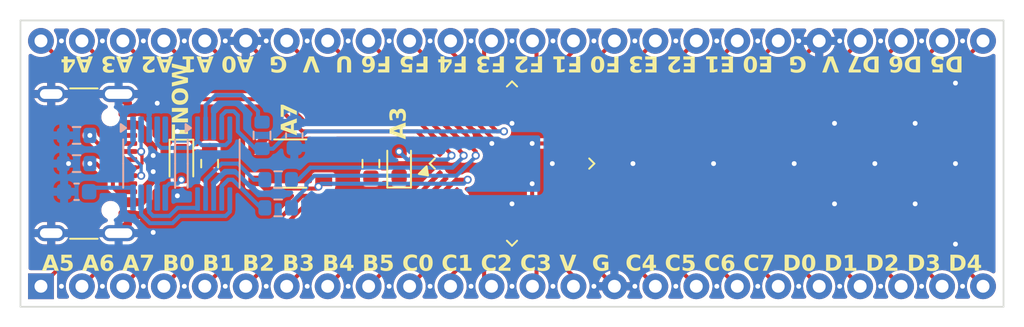
<source format=kicad_pcb>
(kicad_pcb (version 20240108) (generator "pcbnew") (generator_version "8.0")
  (layers (0 "F.Cu" signal) (31 "B.Cu" signal) (34 "B.Paste" user) (35 "F.Paste" user) (36 "B.SilkS" user "B.Silkscreen") (37 "F.SilkS" user "F.Silkscreen") (38 "B.Mask" user) (39 "F.Mask" user) (44 "Edge.Cuts" user))
  (net 0 "")
  (net 1 "GND")
  (net 2 "Net-(U2-V3)")
  (net 3 "D+")
  (net 4 "D-")
  (net 5 "PA3")
  (net 6 "Net-(D1-K)")
  (net 7 "PA7")
  (net 8 "Net-(J1-CC1)")
  (net 9 "Net-(J1-CC2)")
  (net 10 "VCC")
  (net 11 "UPDI")
  (net 12 "PB2")
  (net 13 "PB3")
  (net 15 "TXD")
  (net 16 "TNOW")
  (net 17 "RXD")
  (net 18 "RTS#")
  (net 21 "Net-(R2-Pad1)")
  (net 22 "Net-(R3-Pad1)")
  (net 23 "Net-(R4-Pad1)")
  (net 24 "PA0")
  (net 25 "PA2")
  (net 26 "PA6")
  (net 27 "PA4")
  (net 28 "PA1")
  (net 29 "PA5")
  (net 30 "PB5")
  (net 31 "PB1")
  (net 32 "PB4")
  (net 33 "PB0")
  (net 34 "PD5")
  (net 35 "PD0")
  (net 36 "PF4")
  (net 37 "PD7")
  (net 38 "PD6")
  (net 39 "PC5")
  (net 40 "PD1")
  (net 41 "PC7")
  (net 42 "PE1")
  (net 43 "PC2")
  (net 44 "PC1")
  (net 45 "PD4")
  (net 46 "PE3")
  (net 47 "PD2")
  (net 48 "PF0")
  (net 49 "PF6")
  (net 50 "PF1")
  (net 51 "PC3")
  (net 52 "PD3")
  (net 53 "PF3")
  (net 54 "PC4")
  (net 55 "PF5")
  (net 56 "PE2")
  (net 57 "PE0")
  (net 58 "PC6")
  (net 59 "PC0")
  (net 60 "PF2")
  (net 61 "Net-(D2-K)")
  (footprint "Package_QFP:TQFP-48_7x7mm_P0.5mm" (layer "F.Cu") (at 100 100 45)
    (property "Reference" "U1" (hide yes))
    (property "Value" "ATmega4809-A" (hide yes))
  )
  (footprint "Package_DIP:DIP-48_W15.24mm_Socket" (layer "F.Cu") (at 70.79 107.62 90)
    (property "Reference" "J2" (hide yes))
    (property "Value" "Conn_02x24_Counter_Clockwise" (hide yes))
  )
  (footprint "LED_SMD:LED_0603_1608Metric" (layer "F.Cu") (at 79.5 100 -90)
    (property "Reference" "D2" (hide yes))
    (property "Value" "LED" (hide yes))
  )
  (footprint "LED_SMD:LED_0603_1608Metric" (layer "F.Cu") (at 93 100 90)
    (property "Reference" "D1" (hide yes))
    (property "Value" "LED" (hide yes))
  )
  (footprint "LOGO" (layer "F.Cu") (at 125 100)
    (property "Reference" "G***" (hide yes))
    (property "Value" "LOGO" (hide yes))
  )
  (footprint "Resistor_SMD:R_0603_1608Metric" (layer "F.Cu") (at 91.25 100 90)
    (property "Reference" "R1" (hide yes))
    (property "Value" "10k" (hide yes))
  )
  (footprint "Connector_USB:USB_C_Receptacle_GCT_USB4105-xx-A_16P_TopMnt_Horizontal" (layer "F.Cu") (at 72.5 100 -90)
    (property "Reference" "J1" (hide yes))
    (property "Value" "USB_C_Receptacle_USB2.0_16P" (hide yes))
  )
  (footprint "Library:alps-skrp" (layer "F.Cu") (at 86.25 100 180)
    (property "Reference" "SW1" (hide yes))
    (property "Value" "SW_Push" (hide yes))
  )
  (footprint "Resistor_SMD:R_0603_1608Metric" (layer "F.Cu") (at 81.25 100 -90)
    (property "Reference" "R7" (hide yes))
    (property "Value" "10k" (hide yes))
  )
  (footprint "Capacitor_SMD:C_0603_1608Metric" (layer "B.Cu") (at 86.5 98.25 90)
    (property "Reference" "C1" (hide yes))
    (property "Value" "4u7" (hide yes))
  )
  (footprint "Capacitor_SMD:C_0603_1608Metric" (layer "B.Cu") (at 73 101.75 180)
    (property "Reference" "C3" (hide yes))
    (property "Value" "0u1" (hide yes))
  )
  (footprint "Resistor_SMD:R_0603_1608Metric" (layer "B.Cu") (at 84.5 98.25 -90)
    (property "Reference" "R2" (hide yes))
    (property "Value" "4.7k" (hide yes))
  )
  (footprint "Resistor_SMD:R_0603_1608Metric" (layer "B.Cu") (at 85.5 101)
    (property "Reference" "R3" (hide yes))
    (property "Value" "4.7k" (hide yes))
  )
  (footprint "Resistor_SMD:R_0603_1608Metric" (layer "B.Cu") (at 73 100 180)
    (property "Reference" "R6" (hide yes))
    (property "Value" "5k1" (hide yes))
  )
  (footprint "Resistor_SMD:R_0603_1608Metric" (layer "B.Cu") (at 73 98.25)
    (property "Reference" "R5" (hide yes))
    (property "Value" "5k1" (hide yes))
  )
  (footprint "Library:PCB.MCBEERINGI.DEV" (layer "B.Cu") (at 122.5 100 -90)
    (property "Reference" "")
    (property "Value" "")
  )
  (footprint "Resistor_SMD:R_0603_1608Metric" (layer "B.Cu") (at 85.5 102.75)
    (property "Reference" "R4" (hide yes))
    (property "Value" "4.7k" (hide yes))
  )
  (footprint "Package_SO:MSOP-10_3x3mm_P0.5mm" (layer "B.Cu") (at 77.5 100 -90)
    (property "Reference" "U2" (hide yes))
    (property "Value" "CH340E" (hide yes))
  )
  (footprint "Package_SO:VSSOP-10_3x3mm_P0.5mm" (layer "B.Cu") (at 81.5 100 -90)
    (property "Reference" "U3" (hide yes))
    (property "Value" "TS5A23159DGS" (hide yes))
  )
  (gr_line (start 69.52 108.89) (end 130.48 108.89) (stroke (width 0.1)) (layer "Edge.Cuts"))
  (gr_line (start 69.52 91.11) (end 69.52 108.89) (stroke (width 0.1)) (layer "Edge.Cuts"))
  (gr_line (start 69.52 91.11) (end 130.48 91.11) (stroke (width 0.1)) (layer "Edge.Cuts"))
  (gr_line (start 130.48 91.11) (end 130.48 108.89) (stroke (width 0.1)) (layer "Edge.Cuts"))
  (gr_text "TNOW" (at 79.5 98.5 90) (layer "F.SilkS") (effects (font (size 0.98 0.98) (thickness 0.19) (bold yes)) (justify left)))
  (gr_text "A7" (at 86.25 98.25 90) (layer "F.SilkS") (effects (font (size 0.98 0.98) (thickness 0.19) (bold yes)) (justify left)))
  (gr_text "D5 D6 D7 V  G  E0 E1 E2 E3 F0 F1 F2 F3 F4 F5 F6 U  V  G  A0 A1 A2 A3 A4" (at 100 93.75 180) (layer "F.SilkS") (effects (font (size 0.98 0.98) (thickness 0.19) (bold yes))))
  (gr_text "A5 A6 A7 B0 B1 B2 B3 B4 B5 C0 C1 C2 C3 V  G  C4 C5 C6 C7 D0 D1 D2 D3 D4" (at 100 106.25 0) (layer "F.SilkS") (effects (font (size 0.98 0.98) (thickness 0.19) (bold yes))))
  (gr_text "A3" (at 93 98.5 90) (layer "F.SilkS") (effects (font (size 0.98 0.98) (thickness 0.19) (bold yes)) (justify left)))
  (segment (start 95.096446 95.45) (end 88.195495 95.45) (width 0.25) (layer "F.Cu") (net 1))
  (segment (start 76.18 96.255) (end 75.605 95.68) (width 0.5) (layer "F.Cu") (net 1))
  (segment (start 105.23 106.5) (end 106.35 107.62) (width 0.25) (layer "F.Cu") (net 1))
  (segment (start 112 96) (end 114 94) (width 0.25) (layer "F.Cu") (net 1))
  (segment (start 101.705895 104.180769) (end 104.025126 106.5) (width 0.25) (layer "F.Cu") (net 1))
  (segment (start 114 94) (end 117.43 94) (width 0.25) (layer "F.Cu") (net 1))
  (segment (start 76.18 96.8) (end 76.18 96.255) (width 0.5) (layer "F.Cu") (net 1))
  (segment (start 96.879891 97.233445) (end 95.096446 95.45) (width 0.25) (layer "F.Cu") (net 1))
  (segment (start 104.025126 106.5) (end 105.23 106.5) (width 0.25) (layer "F.Cu") (net 1))
  (segment (start 88.195495 95.45) (end 86.250495 93.505) (width 0.25) (layer "F.Cu") (net 1))
  (segment (start 76.18 103.745) (end 75.605 104.32) (width 0.5) (layer "F.Cu") (net 1))
  (segment (start 117.43 94) (end 119.05 92.38) (width 0.25) (layer "F.Cu") (net 1))
  (segment (start 103.473662 97.586998) (end 105.06066 96) (width 0.25) (layer "F.Cu") (net 1))
  (segment (start 105.06066 96) (end 112 96) (width 0.25) (layer "F.Cu") (net 1))
  (segment (start 84.615 93.505) (end 83.49 92.38) (width 0.25) (layer "F.Cu") (net 1))
  (segment (start 76.18 103.2) (end 76.18 103.745) (width 0.5) (layer "F.Cu") (net 1))
  (segment (start 86.250495 93.505) (end 84.615 93.505) (width 0.25) (layer "F.Cu") (net 1))
  (via (at 92.38 92.38) (size 0.5) (drill 0.3) (layers "F.Cu" "B.Cu") (net 1))
  (via (at 100 107.62) (size 0.5) (drill 0.3) (layers "F.Cu" "B.Cu") (net 1))
  (via (at 82.22 107.62) (size 0.5) (drill 0.3) (layers "F.Cu" "B.Cu") (net 1))
  (via (at 107.62 92.38) (size 0.5) (drill 0.3) (layers "F.Cu" "B.Cu") (net 1))
  (via (at 127.5 95) (size 0.5) (drill 0.3) (layers "F.Cu" "B.Cu") (net 1))
  (via (at 127.5 100) (size 0.5) (drill 0.3) (layers "F.Cu" "B.Cu") (net 1))
  (via (at 72.06 92.38) (size 0.5) (drill 0.3) (layers "F.Cu" "B.Cu") (net 1))
  (via (at 112.5 100) (size 0.5) (drill 0.3) (layers "F.Cu" "B.Cu") (net 1))
  (via (at 120.32 107.62) (size 0.5) (drill 0.3) (layers "F.Cu" "B.Cu") (net 1))
  (via (at 97.46 92.38) (size 0.5) (drill 0.3) (layers "F.Cu" "B.Cu") (net 1))
  (via (at 97.46 107.62) (size 0.5) (drill 0.3) (layers "F.Cu" "B.Cu") (net 1))
  (via (at 94.92 107.62) (size 0.5) (drill 0.3) (layers "F.Cu" "B.Cu") (net 1))
  (via (at 117.78 107.62) (size 0.5) (drill 0.3) (layers "F.Cu" "B.Cu") (net 1))
  (via (at 117.5 100) (size 0.5) (drill 0.3) (layers "F.Cu" "B.Cu") (net 1))
  (via (at 89.84 92.38) (size 0.5) (drill 0.3) (layers "F.Cu" "B.Cu") (net 1))
  (via (at 120 102.5) (size 0.5) (drill 0.3) (layers "F.Cu" "B.Cu") (net 1))
  (via (at 110.16 107.62) (size 0.5) (drill 0.3) (layers "F.Cu" "B.Cu") (net 1))
  (via (at 84.76 92.38) (size 0.5) (drill 0.3) (layers "F.Cu" "B.Cu") (net 1))
  (via (at 112.7 107.62) (size 0.5) (drill 0.3) (layers "F.Cu" "B.Cu") (net 1))
  (via (at 110.16 92.38) (size 0.5) (drill 0.3) (layers "F.Cu" "B.Cu") (net 1))
  (via (at 79.68 107.62) (size 0.5) (drill 0.3) (layers "F.Cu" "B.Cu") (net 1))
  (via (at 107.62 107.62) (size 0.5) (drill 0.3) (layers "F.Cu" "B.Cu") (net 1))
  (via (at 115.24 92.38) (size 0.5) (drill 0.3) (layers "F.Cu" "B.Cu") (net 1))
  (via (at 72.06 107.62) (size 0.5) (drill 0.3) (layers "F.Cu" "B.Cu") (net 1))
  (via (at 105.08 107.62) (size 0.5) (drill 0.3) (layers "F.Cu" "B.Cu") (net 1))
  (via (at 77.75 104.275) (size 0.5) (drill 0.3) (layers "F.Cu" "B.Cu") (net 1))
  (via (at 120 97.5) (size 0.5) (drill 0.3) (layers "F.Cu" "B.Cu") (net 1))
  (via (at 122.86 92.38) (size 0.5) (drill 0.3) (layers "F.Cu" "B.Cu") (net 1))
  (via (at 120.32 92.38) (size 0.5) (drill 0.3) (layers "F.Cu" "B.Cu") (net 1))
  (via (at 125.4 92.38) (size 0.5) (drill 0.3) (layers "F.Cu" "B.Cu") (net 1))
  (via (at 100 102.5) (size 0.5) (drill 0.3) (layers "F.Cu" "B.Cu") (net 1))
  (via (at 102.5 100) (size 0.5) (drill 0.3) (layers "F.Cu" "B.Cu") (net 1))
  (via (at 74.6 107.62) (size 0.5) (drill 0.3) (layers "F.Cu" "B.Cu") (net 1))
  (via (at 127.5 105) (size 0.5) (drill 0.3) (layers "F.Cu" "B.Cu") (net 1))
  (via (at 127.94 92.38) (size 0.5) (drill 0.3) (layers "F.Cu" "B.Cu") (net 1))
  (via (at 77.14 107.62) (size 0.5) (drill 0.3) (layers "F.Cu" "B.Cu") (net 1))
  (via (at 112.7 92.38) (size 0.5) (drill 0.3) (layers "F.Cu" "B.Cu") (net 1))
  (via (at 125 97.5) (size 0.5) (drill 0.3) (layers "F.Cu" "B.Cu") (net 1))
  (via (at 102.54 92.38) (size 0.5) (drill 0.3) (layers "F.Cu" "B.Cu") (net 1))
  (via (at 115.24 107.62) (size 0.5) (drill 0.3) (layers "F.Cu" "B.Cu") (net 1))
  (via (at 92.38 107.62) (size 0.5) (drill 0.3) (layers "F.Cu" "B.Cu") (net 1))
  (via (at 125.4 107.62) (size 0.5) (drill 0.3) (layers "F.Cu" "B.Cu") (net 1))
  (via (at 82.22 92.38) (size 0.5) (drill 0.3) (layers "F.Cu" "B.Cu") (net 1))
  (via (at 94.92 92.38) (size 0.5) (drill 0.3) (layers "F.Cu" "B.Cu") (net 1))
  (via (at 87.3 107.62) (size 0.5) (drill 0.3) (layers "F.Cu" "B.Cu") (net 1))
  (via (at 125 102.5) (size 0.5) (drill 0.3) (layers "F.Cu" "B.Cu") (net 1))
  (via (at 117.78 92.38) (size 0.5) (drill 0.3) (layers "F.Cu" "B.Cu") (net 1))
  (via (at 105.08 92.38) (size 0.5) (drill 0.3) (layers "F.Cu" "B.Cu") (net 1))
  (via (at 89.84 107.62) (size 0.5) (drill 0.3) (layers "F.Cu" "B.Cu") (net 1))
  (via (at 78 96.25) (size 0.5) (drill 0.3) (layers "F.Cu" "B.Cu") (net 1))
  (via (at 79.25 98) (size 0.5) (drill 0.3) (layers "F.Cu" "B.Cu") (net 1))
  (via (at 84.76 107.62) (size 0.5) (drill 0.3) (layers "F.Cu" "B.Cu") (net 1))
  (via (at 74.6 92.38) (size 0.5) (drill 0.3) (layers "F.Cu" "B.Cu") (net 1))
  (via (at 122.5 100) (size 0.5) (drill 0.3) (layers "F.Cu" "B.Cu") (net 1))
  (via (at 102.54 107.62) (size 0.5) (drill 0.3) (layers "F.Cu" "B.Cu") (net 1))
  (via (at 87.3 92.38) (size 0.5) (drill 0.3) (layers "F.Cu" "B.Cu") (net 1))
  (via (at 100 92.38) (size 0.5) (drill 0.3) (layers "F.Cu" "B.Cu") (net 1))
  (via (at 79.68 92.38) (size 0.5) (drill 0.3) (layers "F.Cu" "B.Cu") (net 1))
  (via (at 100 97.5) (size 0.5) (drill 0.3) (layers "F.Cu" "B.Cu") (net 1))
  (via (at 72.5 100) (size 0.5) (drill 0.3) (layers "F.Cu" "B.Cu") (net 1))
  (via (at 79.25 102) (size 0.5) (drill 0.3) (layers "F.Cu" "B.Cu") (net 1))
  (via (at 122.86 107.62) (size 0.5) (drill 0.3) (layers "F.Cu" "B.Cu") (net 1))
  (via (at 127.94 107.62) (size 0.5) (drill 0.3) (layers "F.Cu" "B.Cu") (net 1))
  (via (at 77.14 92.38) (size 0.5) (drill 0.3) (layers "F.Cu" "B.Cu") (net 1))
  (via (at 107.5 100) (size 0.5) (drill 0.3) (layers "F.Cu" "B.Cu") (net 1))
  (segment (start 76.5 101.5) (end 76.5 102.1125) (width 0.25) (layer "B.Cu") (net 2))
  (segment (start 73.775 101.75) (end 74.025 101.5) (width 0.25) (layer "B.Cu") (net 2))
  (segment (start 74.025 101.5) (end 76.5 101.5) (width 0.25) (layer "B.Cu") (net 2))
  (segment (start 75.57259 99.75) (end 76.18 99.75) (width 0.2) (layer "F.Cu") (net 3))
  (segment (start 75.57259 100.75) (end 75.25 100.42741) (width 0.2) (layer "F.Cu") (net 3))
  (segment (start 76.18 100.75) (end 76.996466 100.75) (width 0.2) (layer "F.Cu") (net 3))
  (segment (start 76.18 100.75) (end 75.57259 100.75) (width 0.2) (layer "F.Cu") (net 3))
  (segment (start 75.25 100.42741) (end 75.25 100.07259) (width 0.2) (layer "F.Cu") (net 3))
  (segment (start 76.996466 100.75) (end 77.002615 100.756149) (width 0.2) (layer "F.Cu") (net 3))
  (segment (start 75.25 100.07259) (end 75.57259 99.75) (width 0.2) (layer "F.Cu") (net 3))
  (via (at 77.002615 100.756149) (size 0.5) (drill 0.3) (layers "F.Cu" "B.Cu") (net 3))
  (segment (start 76.5 98.5) (end 76.5 97.8875) (width 0.25) (layer "B.Cu") (net 3))
  (segment (start 76.25 99) (end 76.5 98.75) (width 0.2) (layer "B.Cu") (net 3))
  (segment (start 76.25 99.375) (end 76.25 99) (width 0.2) (layer "B.Cu") (net 3))
  (segment (start 77.002615 100.127615) (end 76.25 99.375) (width 0.2) (layer "B.Cu") (net 3))
  (segment (start 77.002615 100.756149) (end 77.002615 100.127615) (width 0.2) (layer "B.Cu") (net 3))
  (segment (start 76.5 98.75) (end 76.5 97.8875) (width 0.2) (layer "B.Cu") (net 3))
  (segment (start 77 99.25) (end 76.18 99.25) (width 0.2) (layer "F.Cu") (net 4))
  (segment (start 77.055 99.51759) (end 77.055 99.98241) (width 0.2) (layer "F.Cu") (net 4))
  (segment (start 76.18 99.25) (end 76.78741 99.25) (width 0.2) (layer "F.Cu") (net 4))
  (segment (start 76.78741 99.25) (end 77.055 99.51759) (width 0.2) (layer "F.Cu") (net 4))
  (segment (start 76.80741 99.25) (end 76.80741 99.25) (width 0.2) (layer "F.Cu") (net 4))
  (segment (start 76.78741 100.25) (end 76.18 100.25) (width 0.2) (layer "F.Cu") (net 4))
  (segment (start 77.055 99.98241) (end 76.78741 100.25) (width 0.2) (layer "F.Cu") (net 4))
  (via (at 77 99.25) (size 0.5) (drill 0.3) (layers "F.Cu" "B.Cu") (net 4))
  (segment (start 77 99.25) (end 77 97.8875) (width 0.2) (layer "B.Cu") (net 4))
  (segment (start 74.95 94) (end 73.33 92.38) (width 0.25) (layer "F.Cu") (net 5))
  (segment (start 78.5 94) (end 74.95 94) (width 0.25) (layer "F.Cu") (net 5))
  (segment (start 95.465678 98.647658) (end 94.31802 97.5) (width 0.25) (layer "F.Cu") (net 5))
  (segment (start 85.25 95.5) (end 80 95.5) (width 0.25) (layer "F.Cu") (net 5))
  (segment (start 96.25 99.5) (end 96.25 99.43198) (width 0.25) (layer "F.Cu") (net 5))
  (segment (start 94.31802 97.5) (end 87.25 97.5) (width 0.25) (layer "F.Cu") (net 5))
  (segment (start 80 95.5) (end 78.5 94) (width 0.25) (layer "F.Cu") (net 5))
  (segment (start 96.25 99.43198) (end 95.465678 98.647658) (width 0.25) (layer "F.Cu") (net 5))
  (segment (start 87.25 97.5) (end 85.25 95.5) (width 0.25) (layer "F.Cu") (net 5))
  (via (at 96.25 99.5) (size 0.5) (drill 0.3) (layers "F.Cu" "B.Cu") (net 5))
  (via (at 93 99.25) (size 0.5) (drill 0.3) (layers "F.Cu" "B.Cu") (net 5))
  (segment (start 96 99.75) (end 96.25 99.5) (width 0.25) (layer "B.Cu") (net 5))
  (segment (start 93.5 99.75) (end 96 99.75) (width 0.25) (layer "B.Cu") (net 5))
  (segment (start 93 99.25) (end 93.5 99.75) (width 0.25) (layer "B.Cu") (net 5))
  (segment (start 91.25 100.825) (end 91.325 100.75) (width 0.25) (layer "F.Cu") (net 6))
  (segment (start 92.9625 100.75) (end 93 100.7875) (width 0.25) (layer "F.Cu") (net 6))
  (segment (start 91.325 100.75) (end 92.9625 100.75) (width 0.25) (layer "F.Cu") (net 6))
  (segment (start 97.25 101) (end 96.525126 101) (width 0.25) (layer "F.Cu") (net 7))
  (segment (start 78.755 106.495) (end 80.25 105) (width 0.25) (layer "F.Cu") (net 7))
  (segment (start 87.5 103) (end 94.525126 103) (width 0.25) (layer "F.Cu") (net 7))
  (segment (start 96.525126 101) (end 95.819231 101.705895) (width 0.25) (layer "F.Cu") (net 7))
  (segment (start 94.525126 103) (end 95.819231 101.705895) (width 0.25) (layer "F.Cu") (net 7))
  (segment (start 88 101.425) (end 87.875 101.55) (width 0.25) (layer "F.Cu") (net 7))
  (segment (start 76.995 106.495) (end 78.755 106.495) (width 0.25) (layer "F.Cu") (net 7))
  (segment (start 80.25 105) (end 85.5 105) (width 0.25) (layer "F.Cu") (net 7))
  (segment (start 87.875 101.55) (end 84.65 101.55) (width 0.25) (layer "F.Cu") (net 7))
  (segment (start 84.65 101.55) (end 84.175 101.075) (width 0.25) (layer "F.Cu") (net 7))
  (segment (start 75.87 107.62) (end 76.995 106.495) (width 0.25) (layer "F.Cu") (net 7))
  (segment (start 85.5 105) (end 87.5 103) (width 0.25) (layer "F.Cu") (net 7))
  (via (at 97.25 101) (size 0.5) (drill 0.3) (layers "F.Cu" "B.Cu") (net 7))
  (via (at 88 101.425) (size 0.5) (drill 0.3) (layers "F.Cu" "B.Cu") (net 7))
  (segment (start 88 101.425) (end 88.175 101.25) (width 0.25) (layer "B.Cu") (net 7))
  (segment (start 88.175 101.25) (end 97 101.25) (width 0.25) (layer "B.Cu") (net 7))
  (segment (start 97 101.25) (end 97.25 101) (width 0.25) (layer "B.Cu") (net 7))
  (segment (start 73.825 98.25) (end 74.325 98.75) (width 0.25) (layer "F.Cu") (net 8))
  (segment (start 74.325 98.75) (end 76.2 98.75) (width 0.25) (layer "F.Cu") (net 8))
  (via (at 73.825 98.25) (size 0.5) (drill 0.3) (layers "F.Cu" "B.Cu") (net 8))
  (segment (start 75.537236 101.75) (end 76.18 101.75) (width 0.25) (layer "F.Cu") (net 9))
  (segment (start 73.825 100) (end 74.22155 100) (width 0.25) (layer "F.Cu") (net 9))
  (segment (start 75.25 101.462764) (end 75.537236 101.75) (width 0.25) (layer "F.Cu") (net 9))
  (segment (start 75.25 101.02845) (end 75.25 101.462764) (width 0.25) (layer "F.Cu") (net 9))
  (segment (start 74.22155 100) (end 75.25 101.02845) (width 0.25) (layer "F.Cu") (net 9))
  (via (at 73.825 100) (size 0.5) (drill 0.3) (layers "F.Cu" "B.Cu") (net 9))
  (segment (start 101.25 98.75) (end 103.017766 98.75) (width 0.25) (layer "F.Cu") (net 10))
  (segment (start 77.75 99.5) (end 77.75 98.98) (width 0.5) (layer "F.Cu") (net 10))
  (segment (start 77.75 101) (end 77.25 101.5) (width 0.5) (layer "F.Cu") (net 10))
  (segment (start 103.827215 97.940551) (end 105.267766 96.5) (width 0.25) (layer "F.Cu") (net 10))
  (segment (start 77.25 98.48) (end 77.25 98.000458) (width 0.5) (layer "F.Cu") (net 10))
  (segment (start 119.47 94.5) (end 121.59 92.38) (width 0.25) (layer "F.Cu") (net 10))
  (segment (start 77.25 102.15) (end 77 102.4) (width 0.5) (layer "F.Cu") (net 10))
  (segment (start 77.75 100.5) (end 77.75 101) (width 0.5) (layer "F.Cu") (net 10))
  (segment (start 95.353554 95) (end 88.65 95) (width 0.25) (layer "F.Cu") (net 10))
  (segment (start 105.267766 96.5) (end 112.25 96.5) (width 0.25) (layer "F.Cu") (net 10))
  (segment (start 114.25 94.5) (end 119.47 94.5) (width 0.25) (layer "F.Cu") (net 10))
  (segment (start 100.5 103) (end 100.5 103.68198) (width 0.25) (layer "F.Cu") (net 10))
  (segment (start 100.5 103.68198) (end 101.352342 104.534322) (width 0.25) (layer "F.Cu") (net 10))
  (segment (start 112.25 96.5) (end 114.25 94.5) (width 0.25) (layer "F.Cu") (net 10))
  (segment (start 103.81 106.99198) (end 103.81 107.62) (width 0.25) (layer "F.Cu") (net 10))
  (segment (start 77.25 98.000458) (end 76.849542 97.6) (width 0.5) (layer "F.Cu") (net 10))
  (segment (start 76.849542 97.6) (end 76.18 97.6) (width 0.5) (layer "F.Cu") (net 10))
  (segment (start 77.25 101.5) (end 77.25 102.15) (width 0.5) (layer "F.Cu") (net 10))
  (segment (start 98.75 98.75) (end 98.75 98.396446) (width 0.25) (layer "F.Cu") (net 10))
  (segment (start 77.75 98.98) (end 77.25 98.48) (width 0.5) (layer "F.Cu") (net 10))
  (segment (start 98.75 98.396446) (end 97.233445 96.879891) (width 0.25) (layer "F.Cu") (net 10))
  (segment (start 97.233445 96.879891) (end 95.353554 95) (width 0.25) (layer "F.Cu") (net 10))
  (segment (start 88.65 95) (end 86.03 92.38) (width 0.25) (layer "F.Cu") (net 10))
  (segment (start 101.25 102.25) (end 100.5 103) (width 0.25) (layer "F.Cu") (net 10))
  (segment (start 103.017766 98.75) (end 103.827215 97.940551) (width 0.25) (layer "F.Cu") (net 10))
  (segment (start 77.75 99.5) (end 77.75 100.5) (width 0.5) (layer "F.Cu") (net 10))
  (segment (start 101.25 101.25) (end 101.25 102.25) (width 0.25) (layer "F.Cu") (net 10))
  (segment (start 101.352342 104.534322) (end 103.81 106.99198) (width 0.25) (layer "F.Cu") (net 10))
  (segment (start 77 102.4) (end 76.18 102.4) (width 0.5) (layer "F.Cu") (net 10))
  (via (at 98.75 98.75) (size 0.5) (drill 0.3) (layers "F.Cu" "B.Cu") (net 10))
  (via (at 101.25 101.25) (size 0.5) (drill 0.3) (layers "F.Cu" "B.Cu") (net 10))
  (via (at 77.75 99.5) (size 0.5) (drill 0.3) (layers "F.Cu" "B.Cu") (net 10))
  (via (at 101.25 98.75) (size 0.5) (drill 0.3) (layers "F.Cu" "B.Cu") (net 10))
  (via (at 77.75 100.5) (size 0.5) (drill 0.3) (layers "F.Cu" "B.Cu") (net 10))
  (segment (start 99.06066 98) (end 97.586998 96.526338) (width 0.25) (layer "F.Cu") (net 11))
  (segment (start 99.5 98) (end 99.06066 98) (width 0.25) (layer "F.Cu") (net 11))
  (segment (start 95.56066 94.5) (end 90.69 94.5) (width 0.25) (layer "F.Cu") (net 11))
  (segment (start 97.586998 96.526338) (end 95.56066 94.5) (width 0.25) (layer "F.Cu") (net 11))
  (segment (start 90.69 94.5) (end 88.57 92.38) (width 0.25) (layer "F.Cu") (net 11))
  (via (at 99.5 98) (size 0.5) (drill 0.3) (layers "F.Cu" "B.Cu") (net 11))
  (segment (start 82 97.007236) (end 82.257236 96.75) (width 0.25) (layer "B.Cu") (net 11))
  (segment (start 82.742764 96.75) (end 83 97.007236) (width 0.25) (layer "B.Cu") (net 11))
  (segment (start 84.075 99.075) (end 84.5 99.075) (width 0.25) (layer "B.Cu") (net 11))
  (segment (start 86 98.25) (end 85.175 99.075) (width 0.25) (layer "B.Cu") (net 11))
  (segment (start 99.5 98) (end 87.25 98) (width 0.25) (layer "B.Cu") (net 11))
  (segment (start 85.175 99.075) (end 84.5 99.075) (width 0.25) (layer "B.Cu") (net 11))
  (segment (start 83 97.007236) (end 83 98) (width 0.25) (layer "B.Cu") (net 11))
  (segment (start 82.257236 96.75) (end 82.742764 96.75) (width 0.25) (layer "B.Cu") (net 11))
  (segment (start 87.25 98) (end 87 98.25) (width 0.25) (layer "B.Cu") (net 11))
  (segment (start 87 98.25) (end 86 98.25) (width 0.25) (layer "B.Cu") (net 11))
  (segment (start 82 97.8) (end 82 97.007236) (width 0.25) (layer "B.Cu") (net 11))
  (segment (start 83 98) (end 84.075 99.075) (width 0.25) (layer "B.Cu") (net 11))
  (segment (start 88.25 104.5) (end 86.255 106.495) (width 0.25) (layer "F.Cu") (net 12))
  (segment (start 84.615 106.495) (end 83.49 107.62) (width 0.25) (layer "F.Cu") (net 12))
  (segment (start 96.879891 102.766555) (end 95.146446 104.5) (width 0.25) (layer "F.Cu") (net 12))
  (segment (start 86.255 106.495) (end 84.615 106.495) (width 0.25) (layer "F.Cu") (net 12))
  (segment (start 95.146446 104.5) (end 88.25 104.5) (width 0.25) (layer "F.Cu") (net 12))
  (segment (start 88.6 105.05) (end 86.03 107.62) (width 0.25) (layer "F.Cu") (net 13))
  (segment (start 95.303554 105.05) (end 88.6 105.05) (width 0.25) (layer "F.Cu") (net 13))
  (segment (start 97.233445 103.120109) (end 95.303554 105.05) (width 0.25) (layer "F.Cu") (net 13))
  (segment (start 77.739212 103.25) (end 78.760788 103.25) (width 0.25) (layer "B.Cu") (net 15))
  (segment (start 78.760788 103.25) (end 79.260788 102.75) (width 0.25) (layer "B.Cu") (net 15))
  (segment (start 80.5 102.75) (end 80.5 102.2) (width 0.25) (layer "B.Cu") (net 15))
  (segment (start 77.5 103.010788) (end 77.739212 103.25) (width 0.25) (layer "B.Cu") (net 15))
  (segment (start 79.260788 102.75) (end 80.5 102.75) (width 0.25) (layer "B.Cu") (net 15))
  (segment (start 77.5 102.1125) (end 77.5 103.010788) (width 0.25) (layer "B.Cu") (net 15))
  (via (at 79.5 101) (size 0.5) (drill 0.3) (layers "F.Cu" "B.Cu") (net 16))
  (segment (start 78.75 101.25) (end 78.5 101.5) (width 0.25) (layer "B.Cu") (net 16))
  (segment (start 79.25 101.25) (end 78.75 101.25) (width 0.25) (layer "B.Cu") (net 16))
  (segment (start 79.5 101) (end 79.25 101.25) (width 0.25) (layer "B.Cu") (net 16))
  (segment (start 78.5 101.5) (end 78.5 102.1125) (width 0.25) (layer "B.Cu") (net 16))
  (segment (start 82.5 102.2) (end 82.5 102.992764) (width 0.25) (layer "B.Cu") (net 17))
  (segment (start 77.552816 103.7) (end 77 103.147184) (width 0.25) (layer "B.Cu") (net 17))
  (segment (start 82.5 102.2) (end 82.52 102.22) (width 0.25) (layer "B.Cu") (net 17))
  (segment (start 82.5 102.992764) (end 82.242764 103.25) (width 0.25) (layer "B.Cu") (net 17))
  (segment (start 78.947184 103.7) (end 77.552816 103.7) (width 0.25) (layer "B.Cu") (net 17))
  (segment (start 77 103.147184) (end 77 102.1125) (width 0.25) (layer "B.Cu") (net 17))
  (segment (start 82.242764 103.25) (end 79.397184 103.25) (width 0.25) (layer "B.Cu") (net 17))
  (segment (start 79.397184 103.25) (end 78.947184 103.7) (width 0.25) (layer "B.Cu") (net 17))
  (segment (start 82.242764 98.85) (end 81.257236 98.85) (width 0.25) (layer "B.Cu") (net 18))
  (segment (start 80.067764 99.025) (end 78.239212 99.025) (width 0.25) (layer "B.Cu") (net 18))
  (segment (start 81.257236 98.85) (end 81.25 98.842764) (width 0.25) (layer "B.Cu") (net 18))
  (segment (start 82.5 97.8) (end 82.5 98.592764) (width 0.25) (layer "B.Cu") (net 18))
  (segment (start 78 98.785788) (end 78 97.8875) (width 0.25) (layer "B.Cu") (net 18))
  (segment (start 81.242764 98.85) (end 80.757236 98.85) (width 0.25) (layer "B.Cu") (net 18))
  (segment (start 82.5 98.592764) (end 82.242764 98.85) (width 0.25) (layer "B.Cu") (net 18))
  (segment (start 80.757236 98.85) (end 80.5 98.592764) (width 0.25) (layer "B.Cu") (net 18))
  (segment (start 81.25 98.842764) (end 81.242764 98.85) (width 0.25) (layer "B.Cu") (net 18))
  (segment (start 78.239212 99.025) (end 78 98.785788) (width 0.25) (layer "B.Cu") (net 18))
  (segment (start 80.5 98.592764) (end 80.067764 99.025) (width 0.25) (layer "B.Cu") (net 18))
  (segment (start 81.625 95.75) (end 81 96.375) (width 0.25) (layer "B.Cu") (net 21))
  (segment (start 84.5 97.425) (end 84.25 97.175) (width 0.25) (layer "B.Cu") (net 21))
  (segment (start 84.25 97.175) (end 84.25 96.75) (width 0.25) (layer "B.Cu") (net 21))
  (segment (start 83.25 95.75) (end 81.625 95.75) (width 0.25) (layer "B.Cu") (net 21))
  (segment (start 81 96.375) (end 81 97.8) (width 0.25) (layer "B.Cu") (net 21))
  (segment (start 84.25 96.75) (end 83.25 95.75) (width 0.25) (layer "B.Cu") (net 21))
  (segment (start 82 100) (end 83 100) (width 0.25) (layer "B.Cu") (net 22))
  (segment (start 83 100) (end 84 101) (width 0.25) (layer "B.Cu") (net 22))
  (segment (start 84 101) (end 84.675 101) (width 0.25) (layer "B.Cu") (net 22))
  (segment (start 81 101) (end 82 100) (width 0.25) (layer "B.Cu") (net 22))
  (segment (start 81 102.2) (end 81 101) (width 0.25) (layer "B.Cu") (net 22))
  (segment (start 82.407236 101) (end 82.675 101) (width 0.25) (layer "B.Cu") (net 23))
  (segment (start 82 102.2) (end 82 101.407236) (width 0.25) (layer "B.Cu") (net 23))
  (segment (start 84.425 102.75) (end 84.675 102.75) (width 0.25) (layer "B.Cu") (net 23))
  (segment (start 82.675 101) (end 84.425 102.75) (width 0.25) (layer "B.Cu") (net 23))
  (segment (start 82 101.407236) (end 82.407236 101) (width 0.25) (layer "B.Cu") (net 23))
  (segment (start 86 94) (end 82.57 94) (width 0.25) (layer "F.Cu") (net 24))
  (segment (start 94.93934 96) (end 88 96) (width 0.25) (layer "F.Cu") (net 24))
  (segment (start 97.25 98.75) (end 97.25 98.31066) (width 0.25) (layer "F.Cu") (net 24))
  (segment (start 97.25 98.31066) (end 96.526338 97.586998) (width 0.25) (layer "F.Cu") (net 24))
  (segment (start 82.57 94) (end 80.95 92.38) (width 0.25) (layer "F.Cu") (net 24))
  (segment (start 97.75 99.25) (end 97.25 98.75) (width 0.25) (layer "F.Cu") (net 24))
  (segment (start 96.526338 97.586998) (end 94.93934 96) (width 0.25) (layer "F.Cu") (net 24))
  (segment (start 88 96) (end 86 94) (width 0.25) (layer "F.Cu") (net 24))
  (segment (start 97.75 99.5) (end 97.75 99.25) (width 0.25) (layer "F.Cu") (net 24))
  (via (at 97.75 99.5) (size 0.5) (drill 0.3) (layers "F.Cu" "B.Cu") (net 24))
  (segment (start 86.325 102.425) (end 86.325 102.75) (width 0.25) (layer "B.Cu") (net 24))
  (segment (start 97.75 99.5) (end 97.75 99.563173) (width 0.25) (layer "B.Cu") (net 24))
  (segment (start 87.25 101.25) (end 87.25 101.5) (width 0.25) (layer "B.Cu") (net 24))
  (segment (start 87.25 101.5) (end 86.325 102.425) (width 0.25) (layer "B.Cu") (net 24))
  (segment (start 97.75 99.563173) (end 96.563173 100.75) (width 0.25) (layer "B.Cu") (net 24))
  (segment (start 96.563173 100.75) (end 87.75 100.75) (width 0.25) (layer "B.Cu") (net 24))
  (segment (start 87.75 100.75) (end 87.25 101.25) (width 0.25) (layer "B.Cu") (net 24))
  (segment (start 76.995 93.505) (end 75.87 92.38) (width 0.25) (layer "F.Cu") (net 25))
  (segment (start 87.5 97) (end 85.5 95) (width 0.25) (layer "F.Cu") (net 25))
  (segment (start 94.525126 97) (end 87.5 97) (width 0.25) (layer "F.Cu") (net 25))
  (segment (start 80.25 95) (end 78.755 93.505) (width 0.25) (layer "F.Cu") (net 25))
  (segment (start 95.819231 98.294105) (end 94.525126 97) (width 0.25) (layer "F.Cu") (net 25))
  (segment (start 78.755 93.505) (end 76.995 93.505) (width 0.25) (layer "F.Cu") (net 25))
  (segment (start 85.5 95) (end 80.25 95) (width 0.25) (layer "F.Cu") (net 25))
  (segment (start 74.95 106) (end 78.5 106) (width 0.25) (layer "F.Cu") (net 26))
  (segment (start 85.25 104.5) (end 87.25 102.5) (width 0.25) (layer "F.Cu") (net 26))
  (segment (start 87.25 102.5) (end 94.31802 102.5) (width 0.25) (layer "F.Cu") (net 26))
  (segment (start 80 104.5) (end 85.25 104.5) (width 0.25) (layer "F.Cu") (net 26))
  (segment (start 73.33 107.62) (end 74.95 106) (width 0.25) (layer "F.Cu") (net 26))
  (segment (start 78.5 106) (end 80 104.5) (width 0.25) (layer "F.Cu") (net 26))
  (segment (start 94.31802 102.5) (end 95.465678 101.352342) (width 0.25) (layer "F.Cu") (net 26))
  (segment (start 78.25 94.5) (end 72.91 94.5) (width 0.25) (layer "F.Cu") (net 27))
  (segment (start 85 96) (end 79.75 96) (width 0.25) (layer "F.Cu") (net 27))
  (segment (start 87 98) (end 85 96) (width 0.25) (layer "F.Cu") (net 27))
  (segment (start 95.112124 99.001212) (end 94.110912 98) (width 0.25) (layer "F.Cu") (net 27))
  (segment (start 72.91 94.5) (end 70.79 92.38) (width 0.25) (layer "F.Cu") (net 27))
  (segment (start 79.75 96) (end 78.25 94.5) (width 0.25) (layer "F.Cu") (net 27))
  (segment (start 94.110912 98) (end 87 98) (width 0.25) (layer "F.Cu") (net 27))
  (segment (start 96.75 99.186827) (end 96.75 98.517766) (width 0.25) (layer "F.Cu") (net 28))
  (segment (start 97 99.436827) (end 96.75 99.186827) (width 0.25) (layer "F.Cu") (net 28))
  (segment (start 85.75 94.5) (end 80.53 94.5) (width 0.25) (layer "F.Cu") (net 28))
  (segment (start 80.53 94.5) (end 78.41 92.38) (width 0.25) (layer "F.Cu") (net 28))
  (segment (start 97 99.5) (end 97 99.436827) (width 0.25) (layer "F.Cu") (net 28))
  (segment (start 87.75 96.5) (end 85.75 94.5) (width 0.25) (layer "F.Cu") (net 28))
  (segment (start 96.75 98.517766) (end 96.172785 97.940551) (width 0.25) (layer "F.Cu") (net 28))
  (segment (start 94.732234 96.5) (end 87.75 96.5) (width 0.25) (layer "F.Cu") (net 28))
  (segment (start 96.172785 97.940551) (end 94.732234 96.5) (width 0.25) (layer "F.Cu") (net 28))
  (via (at 97 99.5) (size 0.5) (drill 0.3) (layers "F.Cu" "B.Cu") (net 28))
  (segment (start 86.75 101) (end 86.325 101) (width 0.25) (layer "B.Cu") (net 28))
  (segment (start 96.313173 100.25) (end 87.5 100.25) (width 0.25) (layer "B.Cu") (net 28))
  (segment (start 97 99.563173) (end 96.313173 100.25) (width 0.25) (layer "B.Cu") (net 28))
  (segment (start 97 99.5) (end 97 99.563173) (width 0.25) (layer "B.Cu") (net 28))
  (segment (start 87.5 100.25) (end 86.75 101) (width 0.25) (layer "B.Cu") (net 28))
  (segment (start 70.79 107.62) (end 72.91 105.5) (width 0.25) (layer "F.Cu") (net 29))
  (segment (start 78.25 105.5) (end 79.75 104) (width 0.25) (layer "F.Cu") (net 29))
  (segment (start 94.110912 102) (end 95.112124 100.998788) (width 0.25) (layer "F.Cu") (net 29))
  (segment (start 79.75 104) (end 85 104) (width 0.25) (layer "F.Cu") (net 29))
  (segment (start 72.91 105.5) (end 78.25 105.5) (width 0.25) (layer "F.Cu") (net 29))
  (segment (start 87 102) (end 94.110912 102) (width 0.25) (layer "F.Cu") (net 29))
  (segment (start 85 104) (end 87 102) (width 0.25) (layer "F.Cu") (net 29))
  (segment (start 97.940551 103.829449) (end 95.77 106) (width 0.25) (layer "F.Cu") (net 30))
  (segment (start 97.940551 103.827215) (end 97.940551 103.829449) (width 0.25) (layer "F.Cu") (net 30))
  (segment (start 92.73 106) (end 91.11 107.62) (width 0.25) (layer "F.Cu") (net 30))
  (segment (start 95.77 106) (end 92.73 106) (width 0.25) (layer "F.Cu") (net 30))
  (segment (start 94.93934 104) (end 88 104) (width 0.25) (layer "F.Cu") (net 31))
  (segment (start 96.526338 102.413002) (end 94.93934 104) (width 0.25) (layer "F.Cu") (net 31))
  (segment (start 82.57 106) (end 80.95 107.62) (width 0.25) (layer "F.Cu") (net 31))
  (segment (start 86 106) (end 82.57 106) (width 0.25) (layer "F.Cu") (net 31))
  (segment (start 88 104) (end 86 106) (width 0.25) (layer "F.Cu") (net 31))
  (segment (start 95.56066 105.5) (end 90.69 105.5) (width 0.25) (layer "F.Cu") (net 32))
  (segment (start 97.586998 103.473662) (end 95.56066 105.5) (width 0.25) (layer "F.Cu") (net 32))
  (segment (start 90.69 105.5) (end 88.57 107.62) (width 0.25) (layer "F.Cu") (net 32))
  (segment (start 87.755 103.5) (end 94.732234 103.5) (width 0.25) (layer "F.Cu") (net 33))
  (segment (start 85.755 105.5) (end 87.755 103.5) (width 0.25) (layer "F.Cu") (net 33))
  (segment (start 94.732234 103.5) (end 96.172785 102.059449) (width 0.25) (layer "F.Cu") (net 33))
  (segment (start 78.41 107.62) (end 80.53 105.5) (width 0.25) (layer "F.Cu") (net 33))
  (segment (start 80.53 105.5) (end 85.755 105.5) (width 0.25) (layer "F.Cu") (net 33))
  (segment (start 115 96) (end 120.26 96) (width 0.25) (layer "F.Cu") (net 34))
  (segment (start 121.76 94.5) (end 127.09 94.5) (width 0.25) (layer "F.Cu") (net 34))
  (segment (start 104.887876 99.001212) (end 105.889088 98) (width 0.25) (layer "F.Cu") (net 34))
  (segment (start 113 98) (end 115 96) (width 0.25) (layer "F.Cu") (net 34))
  (segment (start 105.889088 98) (end 113 98) (width 0.25) (layer "F.Cu") (net 34))
  (segment (start 127.09 94.5) (end 129.21 92.38) (width 0.25) (layer "F.Cu") (net 34))
  (segment (start 120.26 96) (end 121.76 94.5) (width 0.25) (layer "F.Cu") (net 34))
  (segment (start 112 104) (end 114 106) (width 0.25) (layer "F.Cu") (net 35))
  (segment (start 103.473662 102.413002) (end 105.06066 104) (width 0.25) (layer "F.Cu") (net 35))
  (segment (start 117.43 106) (end 119.05 107.62) (width 0.25) (layer "F.Cu") (net 35))
  (segment (start 114 106) (end 117.43 106) (width 0.25) (layer "F.Cu") (net 35))
  (segment (start 105.06066 104) (end 112 104) (width 0.25) (layer "F.Cu") (net 35))
  (segment (start 98.647658 95.465678) (end 96.19 93.00802) (width 0.25) (layer "F.Cu") (net 36))
  (segment (start 96.19 93.00802) (end 96.19 92.38) (width 0.25) (layer "F.Cu") (net 36))
  (segment (start 104.180769 98.294105) (end 105.474874 97) (width 0.25) (layer "F.Cu") (net 37))
  (segment (start 112.5 97) (end 114.5 95) (width 0.25) (layer "F.Cu") (net 37))
  (segment (start 114.5 95) (end 119.76 95) (width 0.25) (layer "F.Cu") (net 37))
  (segment (start 121.255 93.505) (end 123.005 93.505) (width 0.25) (layer "F.Cu") (net 37))
  (segment (start 119.76 95) (end 121.255 93.505) (width 0.25) (layer "F.Cu") (net 37))
  (segment (start 123.005 93.505) (end 124.13 92.38) (width 0.25) (layer "F.Cu") (net 37))
  (segment (start 105.474874 97) (end 112.5 97) (width 0.25) (layer "F.Cu") (net 37))
  (segment (start 114.75 95.5) (end 120 95.5) (width 0.25) (layer "F.Cu") (net 38))
  (segment (start 121.5 94) (end 125.05 94) (width 0.25) (layer "F.Cu") (net 38))
  (segment (start 112.75 97.5) (end 114.75 95.5) (width 0.25) (layer "F.Cu") (net 38))
  (segment (start 105.68198 97.5) (end 112.75 97.5) (width 0.25) (layer "F.Cu") (net 38))
  (segment (start 125.05 94) (end 126.67 92.38) (width 0.25) (layer "F.Cu") (net 38))
  (segment (start 120 95.5) (end 121.5 94) (width 0.25) (layer "F.Cu") (net 38))
  (segment (start 104.534322 98.647658) (end 105.68198 97.5) (width 0.25) (layer "F.Cu") (net 38))
  (segment (start 102.413002 103.473662) (end 104.43934 105.5) (width 0.25) (layer "F.Cu") (net 39))
  (segment (start 104.43934 105.5) (end 109.31 105.5) (width 0.25) (layer "F.Cu") (net 39))
  (segment (start 109.31 105.5) (end 111.43 107.62) (width 0.25) (layer "F.Cu") (net 39))
  (segment (start 114.25 105.5) (end 119.47 105.5) (width 0.25) (layer "F.Cu") (net 40))
  (segment (start 119.47 105.5) (end 121.59 107.62) (width 0.25) (layer "F.Cu") (net 40))
  (segment (start 103.827215 102.059449) (end 105.267766 103.5) (width 0.25) (layer "F.Cu") (net 40))
  (segment (start 105.267766 103.5) (end 112.25 103.5) (width 0.25) (layer "F.Cu") (net 40))
  (segment (start 112.25 103.5) (end 114.25 105.5) (width 0.25) (layer "F.Cu") (net 40))
  (segment (start 104.853554 104.5) (end 111.75 104.5) (width 0.25) (layer "F.Cu") (net 41))
  (segment (start 103.120109 102.766555) (end 104.853554 104.5) (width 0.25) (layer "F.Cu") (net 41))
  (segment (start 115.385 106.495) (end 116.51 107.62) (width 0.25) (layer "F.Cu") (net 41))
  (segment (start 113.745 106.495) (end 115.385 106.495) (width 0.25) (layer "F.Cu") (net 41))
  (segment (start 111.75 104.5) (end 113.745 106.495) (width 0.25) (layer "F.Cu") (net 41))
  (segment (start 111.35 95) (end 113.97 92.38) (width 0.25) (layer "F.Cu") (net 42))
  (segment (start 102.766555 96.879891) (end 104.646446 95) (width 0.25) (layer "F.Cu") (net 42))
  (segment (start 104.646446 95) (end 111.35 95) (width 0.25) (layer "F.Cu") (net 42))
  (segment (start 98.27 107.16) (end 98.73 107.62) (width 0.25) (layer "F.Cu") (net 43))
  (segment (start 99.001212 104.887876) (end 98.27 105.619088) (width 0.25) (layer "F.Cu") (net 43))
  (segment (start 98.27 105.619088) (end 98.27 107.16) (width 0.25) (layer "F.Cu") (net 43))
  (segment (start 96.19 106.99198) (end 96.19 107.62) (width 0.25) (layer "F.Cu") (net 44))
  (segment (start 98.647658 104.534322) (end 96.19 106.99198) (width 0.25) (layer "F.Cu") (net 44))
  (segment (start 104.887876 100.998788) (end 105.889088 102) (width 0.25) (layer "F.Cu") (net 45))
  (segment (start 127.09 105.5) (end 129.21 107.62) (width 0.25) (layer "F.Cu") (net 45))
  (segment (start 121.75 105.5) (end 127.09 105.5) (width 0.25) (layer "F.Cu") (net 45))
  (segment (start 113 102) (end 115 104) (width 0.25) (layer "F.Cu") (net 45))
  (segment (start 120.25 104) (end 121.75 105.5) (width 0.25) (layer "F.Cu") (net 45))
  (segment (start 115 104) (end 120.25 104) (width 0.25) (layer "F.Cu") (net 45))
  (segment (start 105.889088 102) (end 113 102) (width 0.25) (layer "F.Cu") (net 45))
  (segment (start 104.232234 94) (end 107.27 94) (width 0.25) (layer "F.Cu") (net 46))
  (segment (start 107.27 94) (end 108.89 92.38) (width 0.25) (layer "F.Cu") (net 46))
  (segment (start 102.059449 96.172785) (end 104.232234 94) (width 0.25) (layer "F.Cu") (net 46))
  (segment (start 121.245 106.495) (end 123.005 106.495) (width 0.25) (layer "F.Cu") (net 47))
  (segment (start 105.474874 103) (end 112.5 103) (width 0.25) (layer "F.Cu") (net 47))
  (segment (start 104.180769 101.705895) (end 105.474874 103) (width 0.25) (layer "F.Cu") (net 47))
  (segment (start 123.005 106.495) (end 124.13 107.62) (width 0.25) (layer "F.Cu") (net 47))
  (segment (start 112.5 103) (end 114.5 105) (width 0.25) (layer "F.Cu") (net 47))
  (segment (start 119.75 105) (end 121.245 106.495) (width 0.25) (layer "F.Cu") (net 47))
  (segment (start 114.5 105) (end 119.75 105) (width 0.25) (layer "F.Cu") (net 47))
  (segment (start 104.025126 93.5) (end 105.23 93.5) (width 0.25) (layer "F.Cu") (net 48))
  (segment (start 105.23 93.5) (end 106.35 92.38) (width 0.25) (layer "F.Cu") (net 48))
  (segment (start 101.705895 95.819231) (end 104.025126 93.5) (width 0.25) (layer "F.Cu") (net 48))
  (segment (start 95.767766 94) (end 92.73 94) (width 0.25) (layer "F.Cu") (net 49))
  (segment (start 92.73 94) (end 91.11 92.38) (width 0.25) (layer "F.Cu") (net 49))
  (segment (start 97.940551 96.172785) (end 95.767766 94) (width 0.25) (layer "F.Cu") (net 49))
  (segment (start 101.352342 95.465678) (end 103.81 93.00802) (width 0.25) (layer "F.Cu") (net 50))
  (segment (start 103.81 93.00802) (end 103.81 92.38) (width 0.25) (layer "F.Cu") (net 50))
  (segment (start 101.52 105.409088) (end 101.52 107.37) (width 0.25) (layer "F.Cu") (net 51))
  (segment (start 100.998788 104.887876) (end 101.52 105.409088) (width 0.25) (layer "F.Cu") (net 51))
  (segment (start 101.52 107.37) (end 101.27 107.62) (width 0.25) (layer "F.Cu") (net 51))
  (segment (start 112.75 102.5) (end 114.75 104.5) (width 0.25) (layer "F.Cu") (net 52))
  (segment (start 114.75 104.5) (end 120 104.5) (width 0.25) (layer "F.Cu") (net 52))
  (segment (start 125.05 106) (end 126.67 107.62) (width 0.25) (layer "F.Cu") (net 52))
  (segment (start 105.68198 102.5) (end 112.75 102.5) (width 0.25) (layer "F.Cu") (net 52))
  (segment (start 121.5 106) (end 125.05 106) (width 0.25) (layer "F.Cu") (net 52))
  (segment (start 104.534322 101.352342) (end 105.68198 102.5) (width 0.25) (layer "F.Cu") (net 52))
  (segment (start 120 104.5) (end 121.5 106) (width 0.25) (layer "F.Cu") (net 52))
  (segment (start 99.001212 95.112124) (end 98.27 94.380912) (width 0.25) (layer "F.Cu") (net 53))
  (segment (start 98.27 92.84) (end 98.73 92.38) (width 0.25) (layer "F.Cu") (net 53))
  (segment (start 98.27 94.380912) (end 98.27 92.84) (width 0.25) (layer "F.Cu") (net 53))
  (segment (start 107.27 106) (end 108.89 107.62) (width 0.25) (layer "F.Cu") (net 54))
  (segment (start 102.059449 103.827215) (end 104.232234 106) (width 0.25) (layer "F.Cu") (net 54))
  (segment (start 104.232234 106) (end 107.27 106) (width 0.25) (layer "F.Cu") (net 54))
  (segment (start 94.77 93.5) (end 93.65 92.38) (width 0.25) (layer "F.Cu") (net 55))
  (segment (start 95.974874 93.5) (end 94.77 93.5) (width 0.25) (layer "F.Cu") (net 55))
  (segment (start 98.294105 95.819231) (end 95.974874 93.5) (width 0.25) (layer "F.Cu") (net 55))
  (segment (start 104.43934 94.5) (end 109.31 94.5) (width 0.25) (layer "F.Cu") (net 56))
  (segment (start 109.31 94.5) (end 111.43 92.38) (width 0.25) (layer "F.Cu") (net 56))
  (segment (start 102.413002 96.526338) (end 104.43934 94.5) (width 0.25) (layer "F.Cu") (net 56))
  (segment (start 113.745 93.505) (end 115.385 93.505) (width 0.25) (layer "F.Cu") (net 57))
  (segment (start 103.120109 97.233445) (end 104.853554 95.5) (width 0.25) (layer "F.Cu") (net 57))
  (segment (start 104.853554 95.5) (end 111.75 95.5) (width 0.25) (layer "F.Cu") (net 57))
  (segment (start 115.385 93.505) (end 116.51 92.38) (width 0.25) (layer "F.Cu") (net 57))
  (segment (start 111.75 95.5) (end 113.745 93.505) (width 0.25) (layer "F.Cu") (net 57))
  (segment (start 102.766555 103.120109) (end 104.646446 105) (width 0.25) (layer "F.Cu") (net 58))
  (segment (start 104.646446 105) (end 111.35 105) (width 0.25) (layer "F.Cu") (net 58))
  (segment (start 111.35 105) (end 113.97 107.62) (width 0.25) (layer "F.Cu") (net 58))
  (segment (start 98.294105 104.180769) (end 96.02 106.454874) (width 0.25) (layer "F.Cu") (net 59))
  (segment (start 96.02 106.454874) (end 96.02 106.5) (width 0.25) (layer "F.Cu") (net 59))
  (segment (start 96.02 106.5) (end 94.77 106.5) (width 0.25) (layer "F.Cu") (net 59))
  (segment (start 94.77 106.5) (end 93.65 107.62) (width 0.25) (layer "F.Cu") (net 59))
  (segment (start 101.52 92.63) (end 101.27 92.38) (width 0.25) (layer "F.Cu") (net 60))
  (segment (start 100.998788 95.112124) (end 101.52 94.590912) (width 0.25) (layer "F.Cu") (net 60))
  (segment (start 101.52 94.590912) (end 101.52 92.63) (width 0.25) (layer "F.Cu") (net 60))
  (segment (start 81.25 99.175) (end 81.175 99.25) (width 0.25) (layer "F.Cu") (net 61))
  (segment (start 81.175 99.25) (end 79.5375 99.25) (width 0.25) (layer "F.Cu") (net 61))
  (segment (start 79.5375 99.25) (end 79.5 99.2125) (width 0.25) (layer "F.Cu") (net 61))
  (zone (net 1) (net_name "GND") (layer "F.Cu") (priority 1) (connect_pads (clearance 0.2)) (min_thickness 0.25) (fill yes (thermal_gap 0.2) (thermal_bridge_width 0.5))
    (polygon (pts (xy 68.25 89.84) (xy 68.25 110.16) (xy 131.75 110.16) (xy 131.75 89.84)))
  )
  (zone (net 10) (net_name "VCC") (layer "B.Cu") (priority 2) (connect_pads (clearance 0.2)) (min_thickness 0.25) (fill yes (thermal_gap 0.2) (thermal_bridge_width 0.5))
    (polygon (pts (xy 87.25 98.25) (xy 87 98.5) (xy 77 98.5) (xy 77 101.5) (xy 83.25 101.5) (xy 84 102.25) (xy 86.5 102.25) (xy 87 101.75) (xy 101.75 101.75) (xy 101.75 98.25)))
  )
  (zone (net 1) (net_name "GND") (layer "B.Cu") (connect_pads (clearance 0.2)) (min_thickness 0.25) (fill yes (thermal_gap 0.2) (thermal_bridge_width 0.5))
    (polygon (pts (xy 68.25 89.84) (xy 68.25 110.16) (xy 131.75 110.16) (xy 131.75 89.84)))
  )
)
</source>
